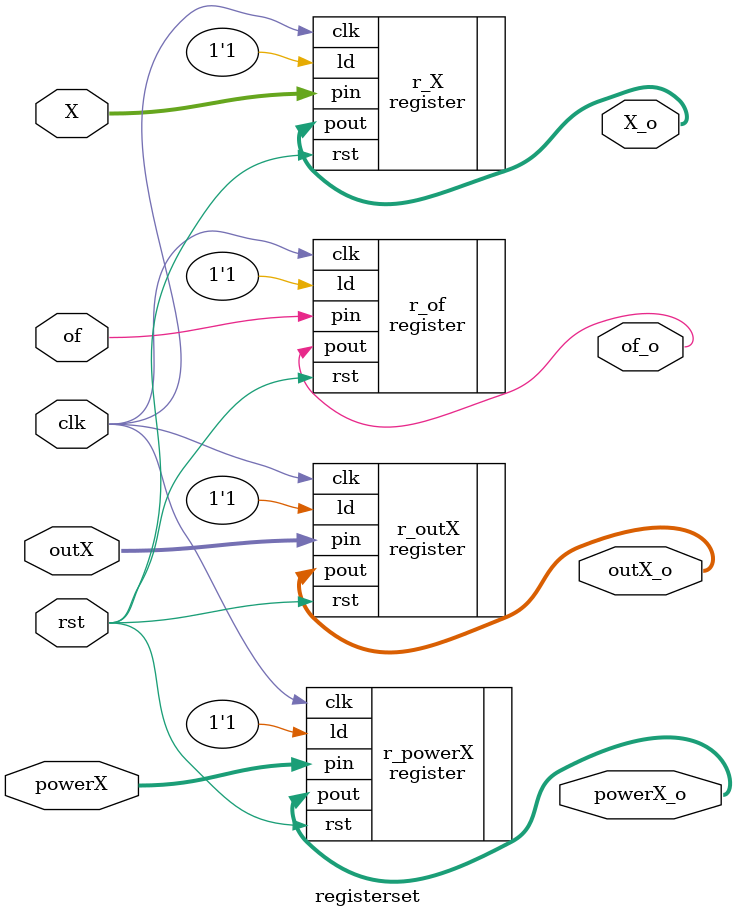
<source format=v>
module registerset #(parameter BITS=32) (outX,of,X,powerX,clk,rst, outX_o,of_o,X_o,powerX_o);
    input of,clk,rst;
    input signed [BITS-1:0] outX,X,powerX;
    output of_o;
    output signed [BITS-1:0] outX_o,X_o,powerX_o;
    register #(.BITS(32))r_outX(.pin(outX),.ld(1'b1),.clk(clk),.rst(rst), .pout(outX_o));
    register #(.BITS(32))r_X(.pin(X),.ld(1'b1),.clk(clk),.rst(rst), .pout(X_o));
    register #(.BITS(32))r_powerX(.pin(powerX),.ld(1'b1),.clk(clk),.rst(rst), .pout(powerX_o));
    register #(.BITS(1))r_of(.pin(of),.ld(1'b1),.clk(clk),.rst(rst), .pout(of_o));
endmodule
</source>
